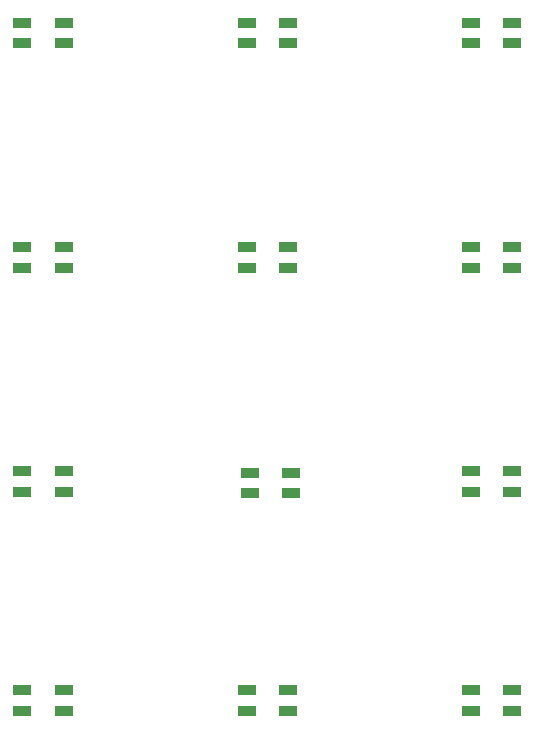
<source format=gbr>
%TF.GenerationSoftware,KiCad,Pcbnew,9.0.7*%
%TF.CreationDate,2026-02-04T22:49:18-05:00*%
%TF.ProjectId,Keypad,4b657970-6164-42e6-9b69-6361645f7063,rev?*%
%TF.SameCoordinates,Original*%
%TF.FileFunction,Paste,Top*%
%TF.FilePolarity,Positive*%
%FSLAX46Y46*%
G04 Gerber Fmt 4.6, Leading zero omitted, Abs format (unit mm)*
G04 Created by KiCad (PCBNEW 9.0.7) date 2026-02-04 22:49:18*
%MOMM*%
%LPD*%
G01*
G04 APERTURE LIST*
%ADD10R,1.600000X0.850000*%
G04 APERTURE END LIST*
D10*
%TO.C,LED2*%
X112750000Y-137875000D03*
X112750000Y-136125000D03*
X109250000Y-136125000D03*
X109250000Y-137875000D03*
%TD*%
%TO.C,LED9*%
X150750000Y-156375000D03*
X150750000Y-154625000D03*
X147250000Y-154625000D03*
X147250000Y-156375000D03*
%TD*%
%TO.C,LED8*%
X131750000Y-99875000D03*
X131750000Y-98125000D03*
X128250000Y-98125000D03*
X128250000Y-99875000D03*
%TD*%
%TO.C,LED5*%
X128250000Y-154625000D03*
X128250000Y-156375000D03*
X131750000Y-156375000D03*
X131750000Y-154625000D03*
%TD*%
%TO.C,LED3*%
X112750000Y-118875000D03*
X112750000Y-117125000D03*
X109250000Y-117125000D03*
X109250000Y-118875000D03*
%TD*%
%TO.C,LED12*%
X150750000Y-118875000D03*
X150750000Y-117125000D03*
X147250000Y-117125000D03*
X147250000Y-118875000D03*
%TD*%
%TO.C,LED7*%
X128250000Y-117125000D03*
X128250000Y-118875000D03*
X131750000Y-118875000D03*
X131750000Y-117125000D03*
%TD*%
%TO.C,LED6*%
X128500000Y-136250000D03*
X128500000Y-138000000D03*
X132000000Y-138000000D03*
X132000000Y-136250000D03*
%TD*%
%TO.C,LED4*%
X109250000Y-98125000D03*
X109250000Y-99875000D03*
X112750000Y-99875000D03*
X112750000Y-98125000D03*
%TD*%
%TO.C,LED1*%
X112750000Y-156375000D03*
X112750000Y-154625000D03*
X109250000Y-154625000D03*
X109250000Y-156375000D03*
%TD*%
%TO.C,LED10*%
X150750000Y-137875000D03*
X150750000Y-136125000D03*
X147250000Y-136125000D03*
X147250000Y-137875000D03*
%TD*%
%TO.C,LED11*%
X150750000Y-99875000D03*
X150750000Y-98125000D03*
X147250000Y-98125000D03*
X147250000Y-99875000D03*
%TD*%
M02*

</source>
